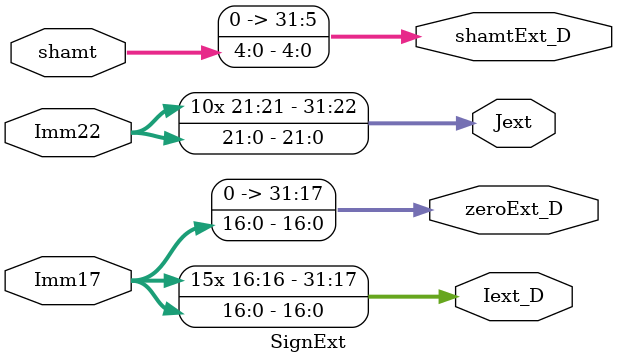
<source format=v>
module SignExt(
	input [16:0] Imm17,
	input [21:0] Imm22,
	input [4:0] shamt,
	output [31:0] Iext_D, Jext, zeroExt_D, shamtExt_D
);
assign shamtExt_D = {27'b0, shamt};
assign zeroExt_D = {15'b0, Imm17};
assign Iext_D = {{15{Imm17[16]}}, Imm17};
assign Jext = {{10{Imm22[21]}}, Imm22};
endmodule

</source>
